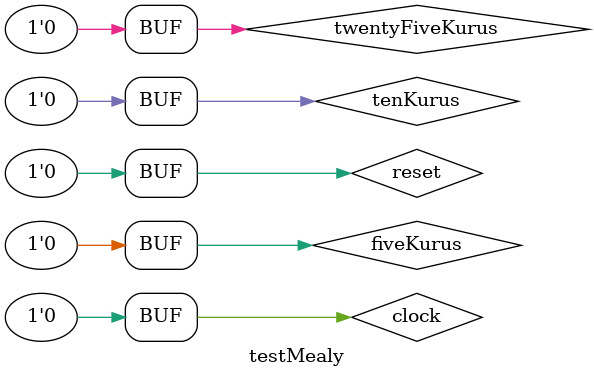
<source format=sv>
`timescale 1ns / 1ps


module testMealy();

logic clock, reset,fiveKurus,tenKurus,twentyFiveKurus,theProduct;

mealyMachine test1 (clock, reset,fiveKurus,tenKurus,twentyFiveKurus,theProduct);

always
begin
    clock = 1; #5; clock = 0; #5;
end

initial
begin
reset=0;fiveKurus=0;tenKurus=1;twentyFiveKurus=0; #10;
fiveKurus=1;tenKurus=0;twentyFiveKurus=0; #10;
fiveKurus=1;tenKurus=0;twentyFiveKurus=0; #10;
fiveKurus=0;tenKurus=1;twentyFiveKurus=0; #10;
fiveKurus=0;tenKurus=1;twentyFiveKurus=0; #10;
fiveKurus=0;tenKurus=1;twentyFiveKurus=0; #10;
fiveKurus=0;tenKurus=1;twentyFiveKurus=0; #10;
fiveKurus=0;tenKurus=1;twentyFiveKurus=0; #10;
fiveKurus=0;tenKurus=0;twentyFiveKurus=0; #10;
end
endmodule

</source>
